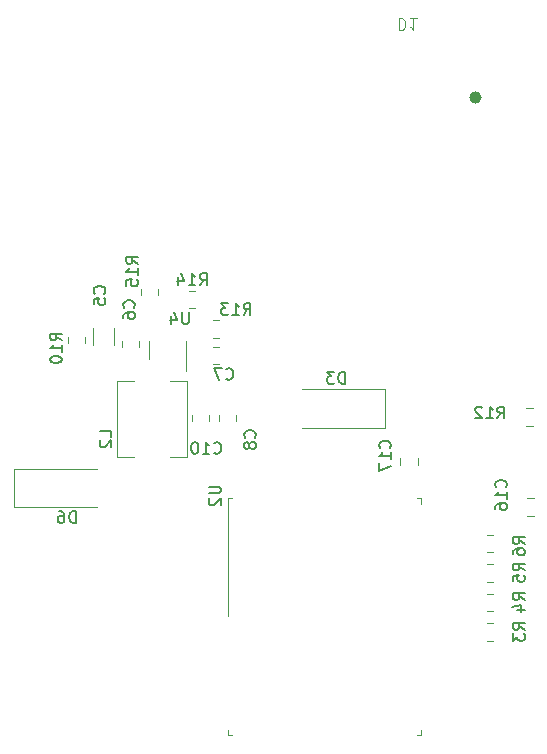
<source format=gbo>
%TF.GenerationSoftware,KiCad,Pcbnew,7.0.8*%
%TF.CreationDate,2024-01-29T20:53:27-05:00*%
%TF.ProjectId,lightlink,6c696768-746c-4696-9e6b-2e6b69636164,rev?*%
%TF.SameCoordinates,Original*%
%TF.FileFunction,Legend,Bot*%
%TF.FilePolarity,Positive*%
%FSLAX46Y46*%
G04 Gerber Fmt 4.6, Leading zero omitted, Abs format (unit mm)*
G04 Created by KiCad (PCBNEW 7.0.8) date 2024-01-29 20:53:27*
%MOMM*%
%LPD*%
G01*
G04 APERTURE LIST*
%ADD10C,0.150000*%
%ADD11C,0.100000*%
%ADD12C,0.120000*%
%ADD13C,0.550000*%
G04 APERTURE END LIST*
D10*
X130506666Y-104759580D02*
X130554285Y-104807200D01*
X130554285Y-104807200D02*
X130697142Y-104854819D01*
X130697142Y-104854819D02*
X130792380Y-104854819D01*
X130792380Y-104854819D02*
X130935237Y-104807200D01*
X130935237Y-104807200D02*
X131030475Y-104711961D01*
X131030475Y-104711961D02*
X131078094Y-104616723D01*
X131078094Y-104616723D02*
X131125713Y-104426247D01*
X131125713Y-104426247D02*
X131125713Y-104283390D01*
X131125713Y-104283390D02*
X131078094Y-104092914D01*
X131078094Y-104092914D02*
X131030475Y-103997676D01*
X131030475Y-103997676D02*
X130935237Y-103902438D01*
X130935237Y-103902438D02*
X130792380Y-103854819D01*
X130792380Y-103854819D02*
X130697142Y-103854819D01*
X130697142Y-103854819D02*
X130554285Y-103902438D01*
X130554285Y-103902438D02*
X130506666Y-103950057D01*
X130173332Y-103854819D02*
X129506666Y-103854819D01*
X129506666Y-103854819D02*
X129935237Y-104854819D01*
X144359580Y-110607142D02*
X144407200Y-110559523D01*
X144407200Y-110559523D02*
X144454819Y-110416666D01*
X144454819Y-110416666D02*
X144454819Y-110321428D01*
X144454819Y-110321428D02*
X144407200Y-110178571D01*
X144407200Y-110178571D02*
X144311961Y-110083333D01*
X144311961Y-110083333D02*
X144216723Y-110035714D01*
X144216723Y-110035714D02*
X144026247Y-109988095D01*
X144026247Y-109988095D02*
X143883390Y-109988095D01*
X143883390Y-109988095D02*
X143692914Y-110035714D01*
X143692914Y-110035714D02*
X143597676Y-110083333D01*
X143597676Y-110083333D02*
X143502438Y-110178571D01*
X143502438Y-110178571D02*
X143454819Y-110321428D01*
X143454819Y-110321428D02*
X143454819Y-110416666D01*
X143454819Y-110416666D02*
X143502438Y-110559523D01*
X143502438Y-110559523D02*
X143550057Y-110607142D01*
X144454819Y-111559523D02*
X144454819Y-110988095D01*
X144454819Y-111273809D02*
X143454819Y-111273809D01*
X143454819Y-111273809D02*
X143597676Y-111178571D01*
X143597676Y-111178571D02*
X143692914Y-111083333D01*
X143692914Y-111083333D02*
X143740533Y-110988095D01*
X143454819Y-111892857D02*
X143454819Y-112559523D01*
X143454819Y-112559523D02*
X144454819Y-112130952D01*
X129044819Y-113888095D02*
X129854342Y-113888095D01*
X129854342Y-113888095D02*
X129949580Y-113935714D01*
X129949580Y-113935714D02*
X129997200Y-113983333D01*
X129997200Y-113983333D02*
X130044819Y-114078571D01*
X130044819Y-114078571D02*
X130044819Y-114269047D01*
X130044819Y-114269047D02*
X129997200Y-114364285D01*
X129997200Y-114364285D02*
X129949580Y-114411904D01*
X129949580Y-114411904D02*
X129854342Y-114459523D01*
X129854342Y-114459523D02*
X129044819Y-114459523D01*
X129140057Y-114888095D02*
X129092438Y-114935714D01*
X129092438Y-114935714D02*
X129044819Y-115030952D01*
X129044819Y-115030952D02*
X129044819Y-115269047D01*
X129044819Y-115269047D02*
X129092438Y-115364285D01*
X129092438Y-115364285D02*
X129140057Y-115411904D01*
X129140057Y-115411904D02*
X129235295Y-115459523D01*
X129235295Y-115459523D02*
X129330533Y-115459523D01*
X129330533Y-115459523D02*
X129473390Y-115411904D01*
X129473390Y-115411904D02*
X130044819Y-114840476D01*
X130044819Y-114840476D02*
X130044819Y-115459523D01*
X123044819Y-95007142D02*
X122568628Y-94673809D01*
X123044819Y-94435714D02*
X122044819Y-94435714D01*
X122044819Y-94435714D02*
X122044819Y-94816666D01*
X122044819Y-94816666D02*
X122092438Y-94911904D01*
X122092438Y-94911904D02*
X122140057Y-94959523D01*
X122140057Y-94959523D02*
X122235295Y-95007142D01*
X122235295Y-95007142D02*
X122378152Y-95007142D01*
X122378152Y-95007142D02*
X122473390Y-94959523D01*
X122473390Y-94959523D02*
X122521009Y-94911904D01*
X122521009Y-94911904D02*
X122568628Y-94816666D01*
X122568628Y-94816666D02*
X122568628Y-94435714D01*
X123044819Y-95959523D02*
X123044819Y-95388095D01*
X123044819Y-95673809D02*
X122044819Y-95673809D01*
X122044819Y-95673809D02*
X122187676Y-95578571D01*
X122187676Y-95578571D02*
X122282914Y-95483333D01*
X122282914Y-95483333D02*
X122330533Y-95388095D01*
X122044819Y-96864285D02*
X122044819Y-96388095D01*
X122044819Y-96388095D02*
X122521009Y-96340476D01*
X122521009Y-96340476D02*
X122473390Y-96388095D01*
X122473390Y-96388095D02*
X122425771Y-96483333D01*
X122425771Y-96483333D02*
X122425771Y-96721428D01*
X122425771Y-96721428D02*
X122473390Y-96816666D01*
X122473390Y-96816666D02*
X122521009Y-96864285D01*
X122521009Y-96864285D02*
X122616247Y-96911904D01*
X122616247Y-96911904D02*
X122854342Y-96911904D01*
X122854342Y-96911904D02*
X122949580Y-96864285D01*
X122949580Y-96864285D02*
X122997200Y-96816666D01*
X122997200Y-96816666D02*
X123044819Y-96721428D01*
X123044819Y-96721428D02*
X123044819Y-96483333D01*
X123044819Y-96483333D02*
X122997200Y-96388095D01*
X122997200Y-96388095D02*
X122949580Y-96340476D01*
X155794819Y-123483333D02*
X155318628Y-123150000D01*
X155794819Y-122911905D02*
X154794819Y-122911905D01*
X154794819Y-122911905D02*
X154794819Y-123292857D01*
X154794819Y-123292857D02*
X154842438Y-123388095D01*
X154842438Y-123388095D02*
X154890057Y-123435714D01*
X154890057Y-123435714D02*
X154985295Y-123483333D01*
X154985295Y-123483333D02*
X155128152Y-123483333D01*
X155128152Y-123483333D02*
X155223390Y-123435714D01*
X155223390Y-123435714D02*
X155271009Y-123388095D01*
X155271009Y-123388095D02*
X155318628Y-123292857D01*
X155318628Y-123292857D02*
X155318628Y-122911905D01*
X155128152Y-124340476D02*
X155794819Y-124340476D01*
X154747200Y-124102381D02*
X155461485Y-123864286D01*
X155461485Y-123864286D02*
X155461485Y-124483333D01*
X120199580Y-97533333D02*
X120247200Y-97485714D01*
X120247200Y-97485714D02*
X120294819Y-97342857D01*
X120294819Y-97342857D02*
X120294819Y-97247619D01*
X120294819Y-97247619D02*
X120247200Y-97104762D01*
X120247200Y-97104762D02*
X120151961Y-97009524D01*
X120151961Y-97009524D02*
X120056723Y-96961905D01*
X120056723Y-96961905D02*
X119866247Y-96914286D01*
X119866247Y-96914286D02*
X119723390Y-96914286D01*
X119723390Y-96914286D02*
X119532914Y-96961905D01*
X119532914Y-96961905D02*
X119437676Y-97009524D01*
X119437676Y-97009524D02*
X119342438Y-97104762D01*
X119342438Y-97104762D02*
X119294819Y-97247619D01*
X119294819Y-97247619D02*
X119294819Y-97342857D01*
X119294819Y-97342857D02*
X119342438Y-97485714D01*
X119342438Y-97485714D02*
X119390057Y-97533333D01*
X119294819Y-98438095D02*
X119294819Y-97961905D01*
X119294819Y-97961905D02*
X119771009Y-97914286D01*
X119771009Y-97914286D02*
X119723390Y-97961905D01*
X119723390Y-97961905D02*
X119675771Y-98057143D01*
X119675771Y-98057143D02*
X119675771Y-98295238D01*
X119675771Y-98295238D02*
X119723390Y-98390476D01*
X119723390Y-98390476D02*
X119771009Y-98438095D01*
X119771009Y-98438095D02*
X119866247Y-98485714D01*
X119866247Y-98485714D02*
X120104342Y-98485714D01*
X120104342Y-98485714D02*
X120199580Y-98438095D01*
X120199580Y-98438095D02*
X120247200Y-98390476D01*
X120247200Y-98390476D02*
X120294819Y-98295238D01*
X120294819Y-98295238D02*
X120294819Y-98057143D01*
X120294819Y-98057143D02*
X120247200Y-97961905D01*
X120247200Y-97961905D02*
X120199580Y-97914286D01*
X127351904Y-99104819D02*
X127351904Y-99914342D01*
X127351904Y-99914342D02*
X127304285Y-100009580D01*
X127304285Y-100009580D02*
X127256666Y-100057200D01*
X127256666Y-100057200D02*
X127161428Y-100104819D01*
X127161428Y-100104819D02*
X126970952Y-100104819D01*
X126970952Y-100104819D02*
X126875714Y-100057200D01*
X126875714Y-100057200D02*
X126828095Y-100009580D01*
X126828095Y-100009580D02*
X126780476Y-99914342D01*
X126780476Y-99914342D02*
X126780476Y-99104819D01*
X125875714Y-99438152D02*
X125875714Y-100104819D01*
X126113809Y-99057200D02*
X126351904Y-99771485D01*
X126351904Y-99771485D02*
X125732857Y-99771485D01*
X129482857Y-111009580D02*
X129530476Y-111057200D01*
X129530476Y-111057200D02*
X129673333Y-111104819D01*
X129673333Y-111104819D02*
X129768571Y-111104819D01*
X129768571Y-111104819D02*
X129911428Y-111057200D01*
X129911428Y-111057200D02*
X130006666Y-110961961D01*
X130006666Y-110961961D02*
X130054285Y-110866723D01*
X130054285Y-110866723D02*
X130101904Y-110676247D01*
X130101904Y-110676247D02*
X130101904Y-110533390D01*
X130101904Y-110533390D02*
X130054285Y-110342914D01*
X130054285Y-110342914D02*
X130006666Y-110247676D01*
X130006666Y-110247676D02*
X129911428Y-110152438D01*
X129911428Y-110152438D02*
X129768571Y-110104819D01*
X129768571Y-110104819D02*
X129673333Y-110104819D01*
X129673333Y-110104819D02*
X129530476Y-110152438D01*
X129530476Y-110152438D02*
X129482857Y-110200057D01*
X128530476Y-111104819D02*
X129101904Y-111104819D01*
X128816190Y-111104819D02*
X128816190Y-110104819D01*
X128816190Y-110104819D02*
X128911428Y-110247676D01*
X128911428Y-110247676D02*
X129006666Y-110342914D01*
X129006666Y-110342914D02*
X129101904Y-110390533D01*
X127911428Y-110104819D02*
X127816190Y-110104819D01*
X127816190Y-110104819D02*
X127720952Y-110152438D01*
X127720952Y-110152438D02*
X127673333Y-110200057D01*
X127673333Y-110200057D02*
X127625714Y-110295295D01*
X127625714Y-110295295D02*
X127578095Y-110485771D01*
X127578095Y-110485771D02*
X127578095Y-110723866D01*
X127578095Y-110723866D02*
X127625714Y-110914342D01*
X127625714Y-110914342D02*
X127673333Y-111009580D01*
X127673333Y-111009580D02*
X127720952Y-111057200D01*
X127720952Y-111057200D02*
X127816190Y-111104819D01*
X127816190Y-111104819D02*
X127911428Y-111104819D01*
X127911428Y-111104819D02*
X128006666Y-111057200D01*
X128006666Y-111057200D02*
X128054285Y-111009580D01*
X128054285Y-111009580D02*
X128101904Y-110914342D01*
X128101904Y-110914342D02*
X128149523Y-110723866D01*
X128149523Y-110723866D02*
X128149523Y-110485771D01*
X128149523Y-110485771D02*
X128101904Y-110295295D01*
X128101904Y-110295295D02*
X128054285Y-110200057D01*
X128054285Y-110200057D02*
X128006666Y-110152438D01*
X128006666Y-110152438D02*
X127911428Y-110104819D01*
X131982857Y-99354819D02*
X132316190Y-98878628D01*
X132554285Y-99354819D02*
X132554285Y-98354819D01*
X132554285Y-98354819D02*
X132173333Y-98354819D01*
X132173333Y-98354819D02*
X132078095Y-98402438D01*
X132078095Y-98402438D02*
X132030476Y-98450057D01*
X132030476Y-98450057D02*
X131982857Y-98545295D01*
X131982857Y-98545295D02*
X131982857Y-98688152D01*
X131982857Y-98688152D02*
X132030476Y-98783390D01*
X132030476Y-98783390D02*
X132078095Y-98831009D01*
X132078095Y-98831009D02*
X132173333Y-98878628D01*
X132173333Y-98878628D02*
X132554285Y-98878628D01*
X131030476Y-99354819D02*
X131601904Y-99354819D01*
X131316190Y-99354819D02*
X131316190Y-98354819D01*
X131316190Y-98354819D02*
X131411428Y-98497676D01*
X131411428Y-98497676D02*
X131506666Y-98592914D01*
X131506666Y-98592914D02*
X131601904Y-98640533D01*
X130697142Y-98354819D02*
X130078095Y-98354819D01*
X130078095Y-98354819D02*
X130411428Y-98735771D01*
X130411428Y-98735771D02*
X130268571Y-98735771D01*
X130268571Y-98735771D02*
X130173333Y-98783390D01*
X130173333Y-98783390D02*
X130125714Y-98831009D01*
X130125714Y-98831009D02*
X130078095Y-98926247D01*
X130078095Y-98926247D02*
X130078095Y-99164342D01*
X130078095Y-99164342D02*
X130125714Y-99259580D01*
X130125714Y-99259580D02*
X130173333Y-99307200D01*
X130173333Y-99307200D02*
X130268571Y-99354819D01*
X130268571Y-99354819D02*
X130554285Y-99354819D01*
X130554285Y-99354819D02*
X130649523Y-99307200D01*
X130649523Y-99307200D02*
X130697142Y-99259580D01*
X154199580Y-113957142D02*
X154247200Y-113909523D01*
X154247200Y-113909523D02*
X154294819Y-113766666D01*
X154294819Y-113766666D02*
X154294819Y-113671428D01*
X154294819Y-113671428D02*
X154247200Y-113528571D01*
X154247200Y-113528571D02*
X154151961Y-113433333D01*
X154151961Y-113433333D02*
X154056723Y-113385714D01*
X154056723Y-113385714D02*
X153866247Y-113338095D01*
X153866247Y-113338095D02*
X153723390Y-113338095D01*
X153723390Y-113338095D02*
X153532914Y-113385714D01*
X153532914Y-113385714D02*
X153437676Y-113433333D01*
X153437676Y-113433333D02*
X153342438Y-113528571D01*
X153342438Y-113528571D02*
X153294819Y-113671428D01*
X153294819Y-113671428D02*
X153294819Y-113766666D01*
X153294819Y-113766666D02*
X153342438Y-113909523D01*
X153342438Y-113909523D02*
X153390057Y-113957142D01*
X154294819Y-114909523D02*
X154294819Y-114338095D01*
X154294819Y-114623809D02*
X153294819Y-114623809D01*
X153294819Y-114623809D02*
X153437676Y-114528571D01*
X153437676Y-114528571D02*
X153532914Y-114433333D01*
X153532914Y-114433333D02*
X153580533Y-114338095D01*
X153294819Y-115766666D02*
X153294819Y-115576190D01*
X153294819Y-115576190D02*
X153342438Y-115480952D01*
X153342438Y-115480952D02*
X153390057Y-115433333D01*
X153390057Y-115433333D02*
X153532914Y-115338095D01*
X153532914Y-115338095D02*
X153723390Y-115290476D01*
X153723390Y-115290476D02*
X154104342Y-115290476D01*
X154104342Y-115290476D02*
X154199580Y-115338095D01*
X154199580Y-115338095D02*
X154247200Y-115385714D01*
X154247200Y-115385714D02*
X154294819Y-115480952D01*
X154294819Y-115480952D02*
X154294819Y-115671428D01*
X154294819Y-115671428D02*
X154247200Y-115766666D01*
X154247200Y-115766666D02*
X154199580Y-115814285D01*
X154199580Y-115814285D02*
X154104342Y-115861904D01*
X154104342Y-115861904D02*
X153866247Y-115861904D01*
X153866247Y-115861904D02*
X153771009Y-115814285D01*
X153771009Y-115814285D02*
X153723390Y-115766666D01*
X153723390Y-115766666D02*
X153675771Y-115671428D01*
X153675771Y-115671428D02*
X153675771Y-115480952D01*
X153675771Y-115480952D02*
X153723390Y-115385714D01*
X153723390Y-115385714D02*
X153771009Y-115338095D01*
X153771009Y-115338095D02*
X153866247Y-115290476D01*
X132949580Y-109733333D02*
X132997200Y-109685714D01*
X132997200Y-109685714D02*
X133044819Y-109542857D01*
X133044819Y-109542857D02*
X133044819Y-109447619D01*
X133044819Y-109447619D02*
X132997200Y-109304762D01*
X132997200Y-109304762D02*
X132901961Y-109209524D01*
X132901961Y-109209524D02*
X132806723Y-109161905D01*
X132806723Y-109161905D02*
X132616247Y-109114286D01*
X132616247Y-109114286D02*
X132473390Y-109114286D01*
X132473390Y-109114286D02*
X132282914Y-109161905D01*
X132282914Y-109161905D02*
X132187676Y-109209524D01*
X132187676Y-109209524D02*
X132092438Y-109304762D01*
X132092438Y-109304762D02*
X132044819Y-109447619D01*
X132044819Y-109447619D02*
X132044819Y-109542857D01*
X132044819Y-109542857D02*
X132092438Y-109685714D01*
X132092438Y-109685714D02*
X132140057Y-109733333D01*
X132473390Y-110304762D02*
X132425771Y-110209524D01*
X132425771Y-110209524D02*
X132378152Y-110161905D01*
X132378152Y-110161905D02*
X132282914Y-110114286D01*
X132282914Y-110114286D02*
X132235295Y-110114286D01*
X132235295Y-110114286D02*
X132140057Y-110161905D01*
X132140057Y-110161905D02*
X132092438Y-110209524D01*
X132092438Y-110209524D02*
X132044819Y-110304762D01*
X132044819Y-110304762D02*
X132044819Y-110495238D01*
X132044819Y-110495238D02*
X132092438Y-110590476D01*
X132092438Y-110590476D02*
X132140057Y-110638095D01*
X132140057Y-110638095D02*
X132235295Y-110685714D01*
X132235295Y-110685714D02*
X132282914Y-110685714D01*
X132282914Y-110685714D02*
X132378152Y-110638095D01*
X132378152Y-110638095D02*
X132425771Y-110590476D01*
X132425771Y-110590476D02*
X132473390Y-110495238D01*
X132473390Y-110495238D02*
X132473390Y-110304762D01*
X132473390Y-110304762D02*
X132521009Y-110209524D01*
X132521009Y-110209524D02*
X132568628Y-110161905D01*
X132568628Y-110161905D02*
X132663866Y-110114286D01*
X132663866Y-110114286D02*
X132854342Y-110114286D01*
X132854342Y-110114286D02*
X132949580Y-110161905D01*
X132949580Y-110161905D02*
X132997200Y-110209524D01*
X132997200Y-110209524D02*
X133044819Y-110304762D01*
X133044819Y-110304762D02*
X133044819Y-110495238D01*
X133044819Y-110495238D02*
X132997200Y-110590476D01*
X132997200Y-110590476D02*
X132949580Y-110638095D01*
X132949580Y-110638095D02*
X132854342Y-110685714D01*
X132854342Y-110685714D02*
X132663866Y-110685714D01*
X132663866Y-110685714D02*
X132568628Y-110638095D01*
X132568628Y-110638095D02*
X132521009Y-110590476D01*
X132521009Y-110590476D02*
X132473390Y-110495238D01*
X140578094Y-105167319D02*
X140578094Y-104167319D01*
X140578094Y-104167319D02*
X140339999Y-104167319D01*
X140339999Y-104167319D02*
X140197142Y-104214938D01*
X140197142Y-104214938D02*
X140101904Y-104310176D01*
X140101904Y-104310176D02*
X140054285Y-104405414D01*
X140054285Y-104405414D02*
X140006666Y-104595890D01*
X140006666Y-104595890D02*
X140006666Y-104738747D01*
X140006666Y-104738747D02*
X140054285Y-104929223D01*
X140054285Y-104929223D02*
X140101904Y-105024461D01*
X140101904Y-105024461D02*
X140197142Y-105119700D01*
X140197142Y-105119700D02*
X140339999Y-105167319D01*
X140339999Y-105167319D02*
X140578094Y-105167319D01*
X139673332Y-104167319D02*
X139054285Y-104167319D01*
X139054285Y-104167319D02*
X139387618Y-104548271D01*
X139387618Y-104548271D02*
X139244761Y-104548271D01*
X139244761Y-104548271D02*
X139149523Y-104595890D01*
X139149523Y-104595890D02*
X139101904Y-104643509D01*
X139101904Y-104643509D02*
X139054285Y-104738747D01*
X139054285Y-104738747D02*
X139054285Y-104976842D01*
X139054285Y-104976842D02*
X139101904Y-105072080D01*
X139101904Y-105072080D02*
X139149523Y-105119700D01*
X139149523Y-105119700D02*
X139244761Y-105167319D01*
X139244761Y-105167319D02*
X139530475Y-105167319D01*
X139530475Y-105167319D02*
X139625713Y-105119700D01*
X139625713Y-105119700D02*
X139673332Y-105072080D01*
X128282857Y-96824819D02*
X128616190Y-96348628D01*
X128854285Y-96824819D02*
X128854285Y-95824819D01*
X128854285Y-95824819D02*
X128473333Y-95824819D01*
X128473333Y-95824819D02*
X128378095Y-95872438D01*
X128378095Y-95872438D02*
X128330476Y-95920057D01*
X128330476Y-95920057D02*
X128282857Y-96015295D01*
X128282857Y-96015295D02*
X128282857Y-96158152D01*
X128282857Y-96158152D02*
X128330476Y-96253390D01*
X128330476Y-96253390D02*
X128378095Y-96301009D01*
X128378095Y-96301009D02*
X128473333Y-96348628D01*
X128473333Y-96348628D02*
X128854285Y-96348628D01*
X127330476Y-96824819D02*
X127901904Y-96824819D01*
X127616190Y-96824819D02*
X127616190Y-95824819D01*
X127616190Y-95824819D02*
X127711428Y-95967676D01*
X127711428Y-95967676D02*
X127806666Y-96062914D01*
X127806666Y-96062914D02*
X127901904Y-96110533D01*
X126473333Y-96158152D02*
X126473333Y-96824819D01*
X126711428Y-95777200D02*
X126949523Y-96491485D01*
X126949523Y-96491485D02*
X126330476Y-96491485D01*
X117778094Y-116954819D02*
X117778094Y-115954819D01*
X117778094Y-115954819D02*
X117539999Y-115954819D01*
X117539999Y-115954819D02*
X117397142Y-116002438D01*
X117397142Y-116002438D02*
X117301904Y-116097676D01*
X117301904Y-116097676D02*
X117254285Y-116192914D01*
X117254285Y-116192914D02*
X117206666Y-116383390D01*
X117206666Y-116383390D02*
X117206666Y-116526247D01*
X117206666Y-116526247D02*
X117254285Y-116716723D01*
X117254285Y-116716723D02*
X117301904Y-116811961D01*
X117301904Y-116811961D02*
X117397142Y-116907200D01*
X117397142Y-116907200D02*
X117539999Y-116954819D01*
X117539999Y-116954819D02*
X117778094Y-116954819D01*
X116349523Y-115954819D02*
X116539999Y-115954819D01*
X116539999Y-115954819D02*
X116635237Y-116002438D01*
X116635237Y-116002438D02*
X116682856Y-116050057D01*
X116682856Y-116050057D02*
X116778094Y-116192914D01*
X116778094Y-116192914D02*
X116825713Y-116383390D01*
X116825713Y-116383390D02*
X116825713Y-116764342D01*
X116825713Y-116764342D02*
X116778094Y-116859580D01*
X116778094Y-116859580D02*
X116730475Y-116907200D01*
X116730475Y-116907200D02*
X116635237Y-116954819D01*
X116635237Y-116954819D02*
X116444761Y-116954819D01*
X116444761Y-116954819D02*
X116349523Y-116907200D01*
X116349523Y-116907200D02*
X116301904Y-116859580D01*
X116301904Y-116859580D02*
X116254285Y-116764342D01*
X116254285Y-116764342D02*
X116254285Y-116526247D01*
X116254285Y-116526247D02*
X116301904Y-116431009D01*
X116301904Y-116431009D02*
X116349523Y-116383390D01*
X116349523Y-116383390D02*
X116444761Y-116335771D01*
X116444761Y-116335771D02*
X116635237Y-116335771D01*
X116635237Y-116335771D02*
X116730475Y-116383390D01*
X116730475Y-116383390D02*
X116778094Y-116431009D01*
X116778094Y-116431009D02*
X116825713Y-116526247D01*
D11*
X145124405Y-74230080D02*
X145124405Y-75230080D01*
X145124405Y-75230080D02*
X145362500Y-75230080D01*
X145362500Y-75230080D02*
X145505357Y-75182461D01*
X145505357Y-75182461D02*
X145600595Y-75087223D01*
X145600595Y-75087223D02*
X145648214Y-74991985D01*
X145648214Y-74991985D02*
X145695833Y-74801509D01*
X145695833Y-74801509D02*
X145695833Y-74658652D01*
X145695833Y-74658652D02*
X145648214Y-74468176D01*
X145648214Y-74468176D02*
X145600595Y-74372938D01*
X145600595Y-74372938D02*
X145505357Y-74277700D01*
X145505357Y-74277700D02*
X145362500Y-74230080D01*
X145362500Y-74230080D02*
X145124405Y-74230080D01*
X146648214Y-74230080D02*
X146076786Y-74230080D01*
X146362500Y-74230080D02*
X146362500Y-75230080D01*
X146362500Y-75230080D02*
X146267262Y-75087223D01*
X146267262Y-75087223D02*
X146172024Y-74991985D01*
X146172024Y-74991985D02*
X146076786Y-74944366D01*
D10*
X120794819Y-109683333D02*
X120794819Y-109207143D01*
X120794819Y-109207143D02*
X119794819Y-109207143D01*
X119890057Y-109969048D02*
X119842438Y-110016667D01*
X119842438Y-110016667D02*
X119794819Y-110111905D01*
X119794819Y-110111905D02*
X119794819Y-110350000D01*
X119794819Y-110350000D02*
X119842438Y-110445238D01*
X119842438Y-110445238D02*
X119890057Y-110492857D01*
X119890057Y-110492857D02*
X119985295Y-110540476D01*
X119985295Y-110540476D02*
X120080533Y-110540476D01*
X120080533Y-110540476D02*
X120223390Y-110492857D01*
X120223390Y-110492857D02*
X120794819Y-109921429D01*
X120794819Y-109921429D02*
X120794819Y-110540476D01*
X155794819Y-120983333D02*
X155318628Y-120650000D01*
X155794819Y-120411905D02*
X154794819Y-120411905D01*
X154794819Y-120411905D02*
X154794819Y-120792857D01*
X154794819Y-120792857D02*
X154842438Y-120888095D01*
X154842438Y-120888095D02*
X154890057Y-120935714D01*
X154890057Y-120935714D02*
X154985295Y-120983333D01*
X154985295Y-120983333D02*
X155128152Y-120983333D01*
X155128152Y-120983333D02*
X155223390Y-120935714D01*
X155223390Y-120935714D02*
X155271009Y-120888095D01*
X155271009Y-120888095D02*
X155318628Y-120792857D01*
X155318628Y-120792857D02*
X155318628Y-120411905D01*
X154794819Y-121888095D02*
X154794819Y-121411905D01*
X154794819Y-121411905D02*
X155271009Y-121364286D01*
X155271009Y-121364286D02*
X155223390Y-121411905D01*
X155223390Y-121411905D02*
X155175771Y-121507143D01*
X155175771Y-121507143D02*
X155175771Y-121745238D01*
X155175771Y-121745238D02*
X155223390Y-121840476D01*
X155223390Y-121840476D02*
X155271009Y-121888095D01*
X155271009Y-121888095D02*
X155366247Y-121935714D01*
X155366247Y-121935714D02*
X155604342Y-121935714D01*
X155604342Y-121935714D02*
X155699580Y-121888095D01*
X155699580Y-121888095D02*
X155747200Y-121840476D01*
X155747200Y-121840476D02*
X155794819Y-121745238D01*
X155794819Y-121745238D02*
X155794819Y-121507143D01*
X155794819Y-121507143D02*
X155747200Y-121411905D01*
X155747200Y-121411905D02*
X155699580Y-121364286D01*
X122699580Y-98733333D02*
X122747200Y-98685714D01*
X122747200Y-98685714D02*
X122794819Y-98542857D01*
X122794819Y-98542857D02*
X122794819Y-98447619D01*
X122794819Y-98447619D02*
X122747200Y-98304762D01*
X122747200Y-98304762D02*
X122651961Y-98209524D01*
X122651961Y-98209524D02*
X122556723Y-98161905D01*
X122556723Y-98161905D02*
X122366247Y-98114286D01*
X122366247Y-98114286D02*
X122223390Y-98114286D01*
X122223390Y-98114286D02*
X122032914Y-98161905D01*
X122032914Y-98161905D02*
X121937676Y-98209524D01*
X121937676Y-98209524D02*
X121842438Y-98304762D01*
X121842438Y-98304762D02*
X121794819Y-98447619D01*
X121794819Y-98447619D02*
X121794819Y-98542857D01*
X121794819Y-98542857D02*
X121842438Y-98685714D01*
X121842438Y-98685714D02*
X121890057Y-98733333D01*
X121794819Y-99590476D02*
X121794819Y-99400000D01*
X121794819Y-99400000D02*
X121842438Y-99304762D01*
X121842438Y-99304762D02*
X121890057Y-99257143D01*
X121890057Y-99257143D02*
X122032914Y-99161905D01*
X122032914Y-99161905D02*
X122223390Y-99114286D01*
X122223390Y-99114286D02*
X122604342Y-99114286D01*
X122604342Y-99114286D02*
X122699580Y-99161905D01*
X122699580Y-99161905D02*
X122747200Y-99209524D01*
X122747200Y-99209524D02*
X122794819Y-99304762D01*
X122794819Y-99304762D02*
X122794819Y-99495238D01*
X122794819Y-99495238D02*
X122747200Y-99590476D01*
X122747200Y-99590476D02*
X122699580Y-99638095D01*
X122699580Y-99638095D02*
X122604342Y-99685714D01*
X122604342Y-99685714D02*
X122366247Y-99685714D01*
X122366247Y-99685714D02*
X122271009Y-99638095D01*
X122271009Y-99638095D02*
X122223390Y-99590476D01*
X122223390Y-99590476D02*
X122175771Y-99495238D01*
X122175771Y-99495238D02*
X122175771Y-99304762D01*
X122175771Y-99304762D02*
X122223390Y-99209524D01*
X122223390Y-99209524D02*
X122271009Y-99161905D01*
X122271009Y-99161905D02*
X122366247Y-99114286D01*
X155794819Y-118733333D02*
X155318628Y-118400000D01*
X155794819Y-118161905D02*
X154794819Y-118161905D01*
X154794819Y-118161905D02*
X154794819Y-118542857D01*
X154794819Y-118542857D02*
X154842438Y-118638095D01*
X154842438Y-118638095D02*
X154890057Y-118685714D01*
X154890057Y-118685714D02*
X154985295Y-118733333D01*
X154985295Y-118733333D02*
X155128152Y-118733333D01*
X155128152Y-118733333D02*
X155223390Y-118685714D01*
X155223390Y-118685714D02*
X155271009Y-118638095D01*
X155271009Y-118638095D02*
X155318628Y-118542857D01*
X155318628Y-118542857D02*
X155318628Y-118161905D01*
X154794819Y-119590476D02*
X154794819Y-119400000D01*
X154794819Y-119400000D02*
X154842438Y-119304762D01*
X154842438Y-119304762D02*
X154890057Y-119257143D01*
X154890057Y-119257143D02*
X155032914Y-119161905D01*
X155032914Y-119161905D02*
X155223390Y-119114286D01*
X155223390Y-119114286D02*
X155604342Y-119114286D01*
X155604342Y-119114286D02*
X155699580Y-119161905D01*
X155699580Y-119161905D02*
X155747200Y-119209524D01*
X155747200Y-119209524D02*
X155794819Y-119304762D01*
X155794819Y-119304762D02*
X155794819Y-119495238D01*
X155794819Y-119495238D02*
X155747200Y-119590476D01*
X155747200Y-119590476D02*
X155699580Y-119638095D01*
X155699580Y-119638095D02*
X155604342Y-119685714D01*
X155604342Y-119685714D02*
X155366247Y-119685714D01*
X155366247Y-119685714D02*
X155271009Y-119638095D01*
X155271009Y-119638095D02*
X155223390Y-119590476D01*
X155223390Y-119590476D02*
X155175771Y-119495238D01*
X155175771Y-119495238D02*
X155175771Y-119304762D01*
X155175771Y-119304762D02*
X155223390Y-119209524D01*
X155223390Y-119209524D02*
X155271009Y-119161905D01*
X155271009Y-119161905D02*
X155366247Y-119114286D01*
X153482857Y-108104819D02*
X153816190Y-107628628D01*
X154054285Y-108104819D02*
X154054285Y-107104819D01*
X154054285Y-107104819D02*
X153673333Y-107104819D01*
X153673333Y-107104819D02*
X153578095Y-107152438D01*
X153578095Y-107152438D02*
X153530476Y-107200057D01*
X153530476Y-107200057D02*
X153482857Y-107295295D01*
X153482857Y-107295295D02*
X153482857Y-107438152D01*
X153482857Y-107438152D02*
X153530476Y-107533390D01*
X153530476Y-107533390D02*
X153578095Y-107581009D01*
X153578095Y-107581009D02*
X153673333Y-107628628D01*
X153673333Y-107628628D02*
X154054285Y-107628628D01*
X152530476Y-108104819D02*
X153101904Y-108104819D01*
X152816190Y-108104819D02*
X152816190Y-107104819D01*
X152816190Y-107104819D02*
X152911428Y-107247676D01*
X152911428Y-107247676D02*
X153006666Y-107342914D01*
X153006666Y-107342914D02*
X153101904Y-107390533D01*
X152149523Y-107200057D02*
X152101904Y-107152438D01*
X152101904Y-107152438D02*
X152006666Y-107104819D01*
X152006666Y-107104819D02*
X151768571Y-107104819D01*
X151768571Y-107104819D02*
X151673333Y-107152438D01*
X151673333Y-107152438D02*
X151625714Y-107200057D01*
X151625714Y-107200057D02*
X151578095Y-107295295D01*
X151578095Y-107295295D02*
X151578095Y-107390533D01*
X151578095Y-107390533D02*
X151625714Y-107533390D01*
X151625714Y-107533390D02*
X152197142Y-108104819D01*
X152197142Y-108104819D02*
X151578095Y-108104819D01*
X116594819Y-101507142D02*
X116118628Y-101173809D01*
X116594819Y-100935714D02*
X115594819Y-100935714D01*
X115594819Y-100935714D02*
X115594819Y-101316666D01*
X115594819Y-101316666D02*
X115642438Y-101411904D01*
X115642438Y-101411904D02*
X115690057Y-101459523D01*
X115690057Y-101459523D02*
X115785295Y-101507142D01*
X115785295Y-101507142D02*
X115928152Y-101507142D01*
X115928152Y-101507142D02*
X116023390Y-101459523D01*
X116023390Y-101459523D02*
X116071009Y-101411904D01*
X116071009Y-101411904D02*
X116118628Y-101316666D01*
X116118628Y-101316666D02*
X116118628Y-100935714D01*
X116594819Y-102459523D02*
X116594819Y-101888095D01*
X116594819Y-102173809D02*
X115594819Y-102173809D01*
X115594819Y-102173809D02*
X115737676Y-102078571D01*
X115737676Y-102078571D02*
X115832914Y-101983333D01*
X115832914Y-101983333D02*
X115880533Y-101888095D01*
X115594819Y-103078571D02*
X115594819Y-103173809D01*
X115594819Y-103173809D02*
X115642438Y-103269047D01*
X115642438Y-103269047D02*
X115690057Y-103316666D01*
X115690057Y-103316666D02*
X115785295Y-103364285D01*
X115785295Y-103364285D02*
X115975771Y-103411904D01*
X115975771Y-103411904D02*
X116213866Y-103411904D01*
X116213866Y-103411904D02*
X116404342Y-103364285D01*
X116404342Y-103364285D02*
X116499580Y-103316666D01*
X116499580Y-103316666D02*
X116547200Y-103269047D01*
X116547200Y-103269047D02*
X116594819Y-103173809D01*
X116594819Y-103173809D02*
X116594819Y-103078571D01*
X116594819Y-103078571D02*
X116547200Y-102983333D01*
X116547200Y-102983333D02*
X116499580Y-102935714D01*
X116499580Y-102935714D02*
X116404342Y-102888095D01*
X116404342Y-102888095D02*
X116213866Y-102840476D01*
X116213866Y-102840476D02*
X115975771Y-102840476D01*
X115975771Y-102840476D02*
X115785295Y-102888095D01*
X115785295Y-102888095D02*
X115690057Y-102935714D01*
X115690057Y-102935714D02*
X115642438Y-102983333D01*
X115642438Y-102983333D02*
X115594819Y-103078571D01*
X155794819Y-125983333D02*
X155318628Y-125650000D01*
X155794819Y-125411905D02*
X154794819Y-125411905D01*
X154794819Y-125411905D02*
X154794819Y-125792857D01*
X154794819Y-125792857D02*
X154842438Y-125888095D01*
X154842438Y-125888095D02*
X154890057Y-125935714D01*
X154890057Y-125935714D02*
X154985295Y-125983333D01*
X154985295Y-125983333D02*
X155128152Y-125983333D01*
X155128152Y-125983333D02*
X155223390Y-125935714D01*
X155223390Y-125935714D02*
X155271009Y-125888095D01*
X155271009Y-125888095D02*
X155318628Y-125792857D01*
X155318628Y-125792857D02*
X155318628Y-125411905D01*
X154794819Y-126316667D02*
X154794819Y-126935714D01*
X154794819Y-126935714D02*
X155175771Y-126602381D01*
X155175771Y-126602381D02*
X155175771Y-126745238D01*
X155175771Y-126745238D02*
X155223390Y-126840476D01*
X155223390Y-126840476D02*
X155271009Y-126888095D01*
X155271009Y-126888095D02*
X155366247Y-126935714D01*
X155366247Y-126935714D02*
X155604342Y-126935714D01*
X155604342Y-126935714D02*
X155699580Y-126888095D01*
X155699580Y-126888095D02*
X155747200Y-126840476D01*
X155747200Y-126840476D02*
X155794819Y-126745238D01*
X155794819Y-126745238D02*
X155794819Y-126459524D01*
X155794819Y-126459524D02*
X155747200Y-126364286D01*
X155747200Y-126364286D02*
X155699580Y-126316667D01*
D12*
%TO.C,C7*%
X129938752Y-103535000D02*
X129416248Y-103535000D01*
X129938752Y-102065000D02*
X129416248Y-102065000D01*
%TO.C,C17*%
X146735000Y-111488748D02*
X146735000Y-112011252D01*
X145265000Y-111488748D02*
X145265000Y-112011252D01*
D11*
%TO.C,U2*%
X147040000Y-114850000D02*
X147040000Y-115350000D01*
X146640000Y-114850000D02*
X147040000Y-114850000D01*
X130640000Y-114850000D02*
X131040000Y-114850000D01*
X130640000Y-114850000D02*
X130640000Y-124850000D01*
X147040000Y-134450000D02*
X147040000Y-134950000D01*
X130640000Y-134450000D02*
X130640000Y-134950000D01*
X146640000Y-134950000D02*
X147040000Y-134950000D01*
X130640000Y-134950000D02*
X131040000Y-134950000D01*
D12*
%TO.C,R15*%
X123305000Y-97661252D02*
X123305000Y-97138748D01*
X124775000Y-97661252D02*
X124775000Y-97138748D01*
%TO.C,R4*%
X153101252Y-124435000D02*
X152578748Y-124435000D01*
X153101252Y-122965000D02*
X152578748Y-122965000D01*
%TO.C,C5*%
X119230000Y-101911252D02*
X119230000Y-100488748D01*
X121050000Y-101911252D02*
X121050000Y-100488748D01*
%TO.C,U4*%
X123980000Y-102312500D02*
X123980000Y-103112500D01*
X123980000Y-102312500D02*
X123980000Y-101512500D01*
X127100000Y-102312500D02*
X127100000Y-104112500D01*
X127100000Y-102312500D02*
X127100000Y-101512500D01*
%TO.C,C10*%
X127605000Y-108311252D02*
X127605000Y-107788748D01*
X129075000Y-108311252D02*
X129075000Y-107788748D01*
%TO.C,R13*%
X129378748Y-99815000D02*
X129901252Y-99815000D01*
X129378748Y-101285000D02*
X129901252Y-101285000D01*
%TO.C,C16*%
X156016248Y-114865000D02*
X156538752Y-114865000D01*
X156016248Y-116335000D02*
X156538752Y-116335000D01*
%TO.C,C8*%
X129905000Y-108311252D02*
X129905000Y-107788748D01*
X131375000Y-108311252D02*
X131375000Y-107788748D01*
%TO.C,D3*%
X143950000Y-108900000D02*
X136940000Y-108900000D01*
X143950000Y-105600000D02*
X143950000Y-108900000D01*
X143950000Y-105600000D02*
X136940000Y-105600000D01*
%TO.C,R14*%
X127901252Y-98785000D02*
X127378748Y-98785000D01*
X127901252Y-97315000D02*
X127378748Y-97315000D01*
%TO.C,D6*%
X112530000Y-112350000D02*
X119540000Y-112350000D01*
X112530000Y-115650000D02*
X112530000Y-112350000D01*
X112530000Y-115650000D02*
X119540000Y-115650000D01*
%TO.C,D1*%
D13*
X151887500Y-80937500D02*
G75*
G03*
X151887500Y-80937500I-275000J0D01*
G01*
D11*
%TO.C,L2*%
X127240000Y-104900000D02*
X127240000Y-111400000D01*
X125740000Y-104900000D02*
X127240000Y-104900000D01*
X121240000Y-104900000D02*
X122740000Y-104900000D01*
X127240000Y-111400000D02*
X126240000Y-111400000D01*
X126240000Y-111400000D02*
X125740000Y-111400000D01*
X122740000Y-111400000D02*
X121240000Y-111400000D01*
X121240000Y-111400000D02*
X121240000Y-104900000D01*
D12*
%TO.C,R5*%
X153101252Y-121935000D02*
X152578748Y-121935000D01*
X153101252Y-120465000D02*
X152578748Y-120465000D01*
%TO.C,C6*%
X121705000Y-102061252D02*
X121705000Y-101538748D01*
X123175000Y-102061252D02*
X123175000Y-101538748D01*
%TO.C,R6*%
X153101252Y-119435000D02*
X152578748Y-119435000D01*
X153101252Y-117965000D02*
X152578748Y-117965000D01*
%TO.C,R12*%
X155941248Y-107265000D02*
X156463752Y-107265000D01*
X155941248Y-108735000D02*
X156463752Y-108735000D01*
%TO.C,R10*%
X117105000Y-101761252D02*
X117105000Y-101238748D01*
X118575000Y-101761252D02*
X118575000Y-101238748D01*
%TO.C,R3*%
X153101252Y-126935000D02*
X152578748Y-126935000D01*
X153101252Y-125465000D02*
X152578748Y-125465000D01*
%TD*%
M02*

</source>
